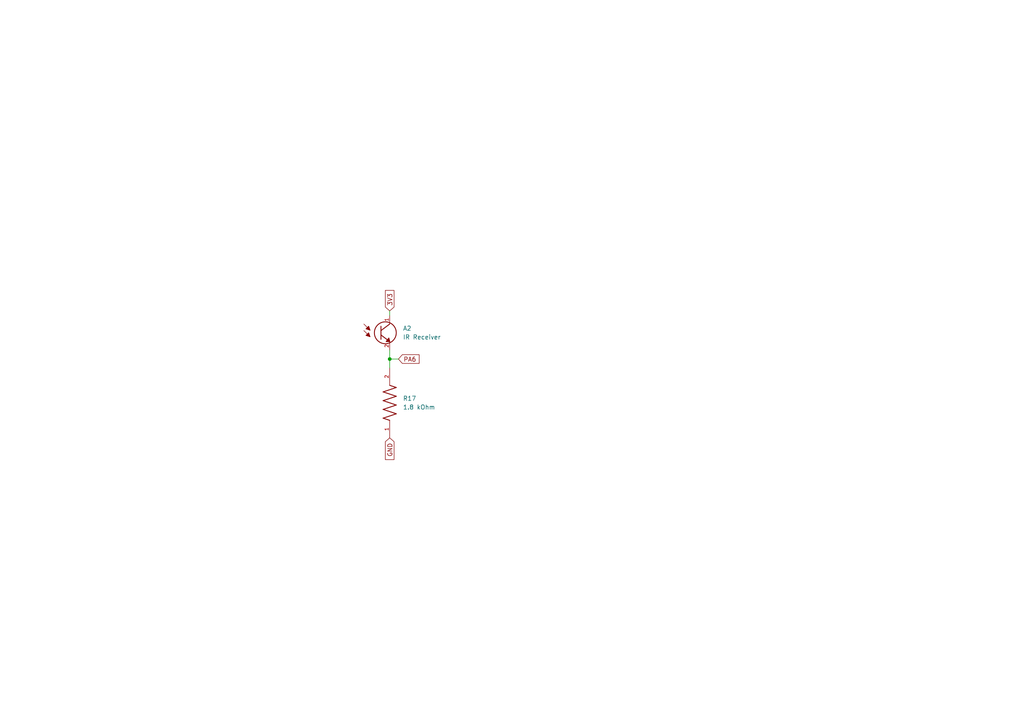
<source format=kicad_sch>
(kicad_sch (version 20250114) (generator "eeschema") (generator_version "9.0")
  (paper "A4")
  (lib_symbols
    (symbol "1.8kOhm_RMCF0805JT1K80:RMCF0805JT1K80" (pin_names (offset 1.016))
      (property "Reference" "R" (at -7.6244 2.5415 0))
      (property "Value" "RMCF0805JT1K80" (at -7.63 -5.0866 0))
      (symbol "RMCF0805JT1K80_0_0"
        (polyline (pts (xy -5.08 0) (xy -4.445 1.905)) (stroke (width 0.254)))
        (polyline (pts (xy -4.445 1.905) (xy -3.175 -1.905)) (stroke (width 0.254)))
        (polyline (pts (xy -3.175 -1.905) (xy -1.905 1.905)) (stroke (width 0.254)))
        (polyline (pts (xy -1.905 1.905) (xy -0.635 -1.905)) (stroke (width 0.254)))
        (polyline (pts (xy -0.635 -1.905) (xy 0.635 1.905)) (stroke (width 0.254)))
        (polyline (pts (xy 0.635 1.905) (xy 1.905 -1.905)) (stroke (width 0.254)))
        (polyline (pts (xy 1.905 -1.905) (xy 3.175 1.905)) (stroke (width 0.254)))
        (polyline (pts (xy 3.175 1.905) (xy 4.445 -1.905)) (stroke (width 0.254)))
        (polyline (pts (xy 4.445 -1.905) (xy 5.08 0)) (stroke (width 0.254)))
        (pin passive line (at -10.16 0 0) (length 5.08) (name "~") (number "1"))
        (pin passive line (at 10.16 0 180) (length 5.08) (name "~") (number "2"))
      )
    )
    (symbol "Phototransistor_ALS-PT19-315C_L177_TR8:ALS-PT19-315C_L177_TR8" (pin_names (offset 1.016))
      (property "Reference" "A" (at -10.1556 5.0822 0))
      (property "Value" "ALS-PT19-315C_L177_TR8" (at -10.1508 -7.62 0))
      (symbol "ALS-PT19-315C_L177_TR8_0_0"
        (polyline (pts (xy -4.953 2.54) (xy -3.175 0.762)) (stroke (width 0.1524)))
        (polyline (pts (xy -4.953 0.635) (xy -3.175 -1.143)) (stroke (width 0.1524)))
        (polyline (pts (xy -4.318 1.143) (xy -3.556 1.905)) (stroke (width 0.1524)))
        (polyline (pts (xy -4.318 1.143) (xy -3.175 0.762) (xy -3.556 1.905) (xy -4.318 1.143)) (stroke (width 0.1524)) (fill (type outline)))
        (polyline (pts (xy -4.318 -0.762) (xy -3.556 0)) (stroke (width 0.1524)))
        (polyline (pts (xy -4.318 -0.762) (xy -3.175 -1.143) (xy -3.556 0) (xy -4.318 -0.762)) (stroke (width 0.1524)) (fill (type outline)))
        (polyline (pts (xy -3.556 1.905) (xy -3.175 0.762)) (stroke (width 0.1524)))
        (polyline (pts (xy -3.556 0) (xy -3.175 -1.143)) (stroke (width 0.1524)))
        (polyline (pts (xy -3.175 0.762) (xy -4.318 1.143)) (stroke (width 0.1524)))
        (polyline (pts (xy -3.175 -1.143) (xy -4.318 -0.762)) (stroke (width 0.1524)))
        (polyline (pts (xy 0 1.905) (xy 0 0.635)) (stroke (width 0.254)))
        (polyline (pts (xy 0 0.635) (xy 0 -0.635)) (stroke (width 0.254)))
        (polyline (pts (xy 0 0.635) (xy 2.54 2.54)) (stroke (width 0.254)))
        (polyline (pts (xy 0 -0.635) (xy 0 -1.905)) (stroke (width 0.254)))
        (polyline (pts (xy 0 -0.635) (xy 2.54 -2.54)) (stroke (width 0.254)))
        (circle (center 1.27 0) (radius 3.175) (stroke (width 0.254)))
        (polyline (pts (xy 2.286 -2.286) (xy 2.54 -2.54)) (stroke (width 0.1524)))
        (polyline (pts (xy 2.54 -2.54) (xy 2.286 -1.524) (xy 1.524 -2.54) (xy 2.54 -2.54)) (stroke (width 0.254)) (fill (type outline)))
        (pin passive line (at 2.54 5.08 270) (length 2.54) (name "~") (number "1"))
        (pin passive line (at 2.54 -5.08 90) (length 2.54) (name "~") (number "2"))
      )
    )
  )
  (junction (at 113.03 104.14))
  (wire (pts (xy 113.03 90.17) (xy 113.03 91.44)))
  (wire (pts (xy 113.03 104.14) (xy 115.57 104.14)))
  (wire (pts (xy 113.03 104.14) (xy 113.03 106.68)))
  (wire (pts (xy 113.03 101.6) (xy 113.03 104.14)))
  (global_label "PA6" (shape input) (at 115.57 104.14 0) (property "Intersheetrefs" "${INTERSHEET_REFS}" (effects (hide yes))))
  (global_label "GND" (shape input) (at 113.03 127 270) (property "Intersheetrefs" "${INTERSHEET_REFS}" (effects (hide yes))))
  (global_label "3V3" (shape input) (at 113.03 90.17 90) (property "Intersheetrefs" "${INTERSHEET_REFS}" (effects (hide yes))))
  (symbol (lib_id "Phototransistor_ALS-PT19-315C_L177_TR8:ALS-PT19-315C_L177_TR8") (at 110.49 96.52 0) (unit 1)
    (property "Reference" "A2" (at 116.84 95.2499 0) (effects (justify left)))
    (property "Value" "IR Receiver" (at 116.84 97.7899 0) (effects (justify left)))
    (property "Footprint" "ALS_PT19_315C_L177_TR8:XDCR_ALS-PT19-315C_L177_TR8" (effects (hide yes)))
    (property "PARTREV" "5" (effects (hide yes)))
    (property "STANDARD" "Manufacturer Recommendations" (effects (hide yes)))
    (property "MAXIMUM_PACKAGE_HEIGHT" "0.7 mm" (effects (hide yes)))
    (property "MANUFACTURER" "Everlight" (effects (hide yes)))
  )
  (symbol (lib_id "1.8kOhm_RMCF0805JT1K80:RMCF0805JT1K80") (at 113.03 116.84 90) (unit 1)
    (property "Reference" "R17" (at 116.84 115.5699 90) (effects (justify right)))
    (property "Value" "1.8 kOhm" (at 116.84 118.1099 90) (effects (justify right)))
    (property "Footprint" "RMCF0805JT1K80:RESC2012X65N" (effects (hide yes)))
  )
)
</source>
